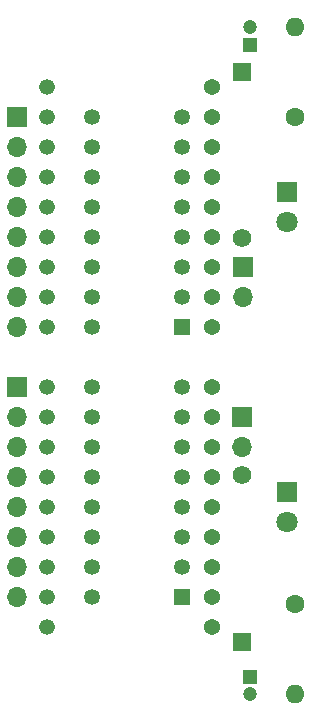
<source format=gbr>
%TF.GenerationSoftware,KiCad,Pcbnew,(6.0.5)*%
%TF.CreationDate,2022-06-30T09:14:24+02:00*%
%TF.ProjectId,Bus Tester,42757320-5465-4737-9465-722e6b696361,rev?*%
%TF.SameCoordinates,Original*%
%TF.FileFunction,Soldermask,Bot*%
%TF.FilePolarity,Negative*%
%FSLAX46Y46*%
G04 Gerber Fmt 4.6, Leading zero omitted, Abs format (unit mm)*
G04 Created by KiCad (PCBNEW (6.0.5)) date 2022-06-30 09:14:24*
%MOMM*%
%LPD*%
G01*
G04 APERTURE LIST*
%ADD10C,1.365000*%
%ADD11C,1.340000*%
%ADD12R,1.700000X1.700000*%
%ADD13O,1.700000X1.700000*%
%ADD14R,1.200000X1.200000*%
%ADD15C,1.200000*%
%ADD16R,1.575000X1.575000*%
%ADD17C,1.575000*%
%ADD18C,1.600000*%
%ADD19O,1.600000X1.600000*%
%ADD20R,1.350000X1.350000*%
%ADD21C,1.350000*%
%ADD22R,1.800000X1.800000*%
%ADD23C,1.800000*%
G04 APERTURE END LIST*
D10*
%TO.C,RN4*%
X34290000Y-48260000D03*
X34290000Y-50800000D03*
X34290000Y-53340000D03*
X34290000Y-55880000D03*
X34290000Y-58420000D03*
X34290000Y-60960000D03*
X34290000Y-63500000D03*
X34290000Y-66040000D03*
X34290000Y-68580000D03*
%TD*%
D11*
%TO.C,RN1*%
X20320000Y-22860000D03*
X20320000Y-25400000D03*
X20320000Y-27940000D03*
X20320000Y-30480000D03*
X20320000Y-33020000D03*
X20320000Y-35560000D03*
X20320000Y-38100000D03*
X20320000Y-40640000D03*
X20320000Y-43180000D03*
%TD*%
D12*
%TO.C,J2*%
X36900000Y-38095000D03*
D13*
X36900000Y-40635000D03*
%TD*%
D14*
%TO.C,C4*%
X37465000Y-72795000D03*
D15*
X37465000Y-74295000D03*
%TD*%
D10*
%TO.C,RN2*%
X34290000Y-22860000D03*
X34290000Y-25400000D03*
X34290000Y-27940000D03*
X34290000Y-30480000D03*
X34290000Y-33020000D03*
X34290000Y-35560000D03*
X34290000Y-38100000D03*
X34290000Y-40640000D03*
X34290000Y-43180000D03*
%TD*%
D16*
%TO.C,D4*%
X36830500Y-69850000D03*
D17*
X36830500Y-55750000D03*
%TD*%
D18*
%TO.C,R1*%
X41275000Y-25400000D03*
D19*
X41275000Y-17780000D03*
%TD*%
D20*
%TO.C,DS2*%
X31750000Y-66040000D03*
D21*
X31750000Y-63500000D03*
X31750000Y-60960000D03*
X31750000Y-58420000D03*
X31750000Y-55880000D03*
X31750000Y-53340000D03*
X31750000Y-50800000D03*
X31750000Y-48260000D03*
X24130000Y-48260000D03*
X24130000Y-50800000D03*
X24130000Y-53340000D03*
X24130000Y-55880000D03*
X24130000Y-58420000D03*
X24130000Y-60960000D03*
X24130000Y-63500000D03*
X24130000Y-66040000D03*
%TD*%
D18*
%TO.C,R2*%
X41275000Y-66675000D03*
D19*
X41275000Y-74295000D03*
%TD*%
D22*
%TO.C,D3*%
X40640000Y-57150000D03*
D23*
X40640000Y-59690000D03*
%TD*%
D20*
%TO.C,DS1*%
X31748000Y-43180000D03*
D21*
X31748000Y-40640000D03*
X31748000Y-38100000D03*
X31748000Y-35560000D03*
X31748000Y-33020000D03*
X31748000Y-30480000D03*
X31748000Y-27940000D03*
X31748000Y-25400000D03*
X24128000Y-25400000D03*
X24128000Y-27940000D03*
X24128000Y-30480000D03*
X24128000Y-33020000D03*
X24128000Y-35560000D03*
X24128000Y-38100000D03*
X24128000Y-40640000D03*
X24128000Y-43180000D03*
%TD*%
D14*
%TO.C,C2*%
X37465000Y-19280000D03*
D15*
X37465000Y-17780000D03*
%TD*%
D12*
%TO.C,J4*%
X36830000Y-50800000D03*
D13*
X36830000Y-53340000D03*
%TD*%
D11*
%TO.C,RN3*%
X20320000Y-48260000D03*
X20320000Y-50800000D03*
X20320000Y-53340000D03*
X20320000Y-55880000D03*
X20320000Y-58420000D03*
X20320000Y-60960000D03*
X20320000Y-63500000D03*
X20320000Y-66040000D03*
X20320000Y-68580000D03*
%TD*%
D22*
%TO.C,D1*%
X40640000Y-31745000D03*
D23*
X40640000Y-34285000D03*
%TD*%
D16*
%TO.C,D2*%
X36830500Y-21590000D03*
D17*
X36830500Y-35690000D03*
%TD*%
D12*
%TO.C,J1*%
X17780000Y-25400000D03*
D13*
X17780000Y-27940000D03*
X17780000Y-30480000D03*
X17780000Y-33020000D03*
X17780000Y-35560000D03*
X17780000Y-38100000D03*
X17780000Y-40640000D03*
X17780000Y-43180000D03*
%TD*%
D12*
%TO.C,J3*%
X17780000Y-48260000D03*
D13*
X17780000Y-50800000D03*
X17780000Y-53340000D03*
X17780000Y-55880000D03*
X17780000Y-58420000D03*
X17780000Y-60960000D03*
X17780000Y-63500000D03*
X17780000Y-66040000D03*
%TD*%
M02*

</source>
